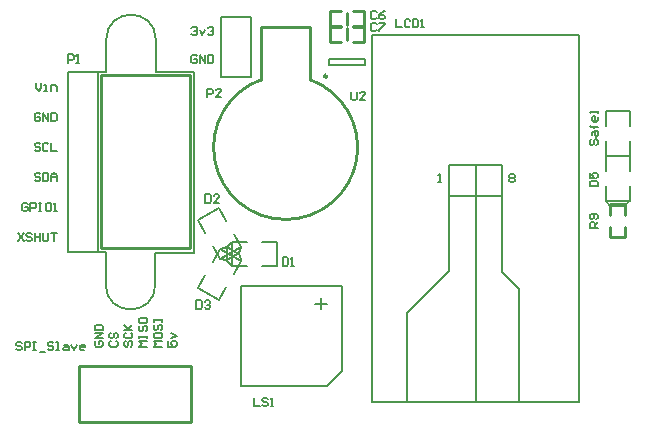
<source format=gto>
G04*
G04 #@! TF.GenerationSoftware,Altium Limited,Altium Designer,18.1.9 (240)*
G04*
G04 Layer_Color=65535*
%FSLAX25Y25*%
%MOIN*%
G70*
G01*
G75*
%ADD10C,0.00984*%
%ADD11C,0.01000*%
%ADD12C,0.00787*%
%ADD13C,0.00600*%
%ADD14C,0.00591*%
D10*
X427537Y266476D02*
G03*
X427537Y266476I-492J0D01*
G01*
D11*
X405511Y265347D02*
G03*
X421938Y265347I8214J-22567D01*
G01*
X428667Y288108D02*
X432268D01*
X428667Y283108D02*
Y288108D01*
Y283108D02*
X432268D01*
X436268D02*
X439867D01*
Y288108D01*
X436268D02*
X439867D01*
X434268Y283608D02*
Y287608D01*
X428667Y283017D02*
X432268D01*
X428667Y278017D02*
Y283017D01*
Y278017D02*
X432268D01*
X436268D02*
X439867D01*
Y283017D01*
X436268D02*
X439867D01*
X434268Y278517D02*
Y282517D01*
X521900Y212800D02*
Y216400D01*
Y212800D02*
X526900D01*
Y216400D01*
Y220400D02*
Y224000D01*
X521900Y220400D02*
Y224000D01*
X526900D01*
X352200Y209400D02*
Y267000D01*
Y209400D02*
X381741D01*
Y267000D01*
X352200D02*
X381741D01*
X421938Y265347D02*
Y282780D01*
X405511Y265347D02*
X405595Y265432D01*
Y282780D01*
X377379Y169800D02*
X382301D01*
X377379Y151200D02*
X382301D01*
X344899D02*
X349820D01*
X344899Y169800D02*
X349820D01*
X344899Y151200D02*
Y169800D01*
X382301Y151200D02*
Y169800D01*
X349820D02*
X377379D01*
X349820Y151200D02*
X377379D01*
X405595Y282780D02*
X421938D01*
D12*
X353740Y197047D02*
G03*
X370276Y197047I8268J0D01*
G01*
X370472Y278740D02*
G03*
X353937Y278740I-8268J0D01*
G01*
X384518Y195905D02*
X387018Y200235D01*
X384518Y195905D02*
X391446Y191905D01*
X393946Y196235D01*
X396446Y200565D02*
X398946Y204895D01*
X392018Y208895D02*
X398946Y204895D01*
X389518Y204565D02*
X392018Y208895D01*
X392089Y208854D01*
X394214Y209423D01*
X398377Y207019D01*
X398946Y204895D01*
X394228Y209645D02*
X395783Y211200D01*
X394228Y204838D02*
Y209645D01*
Y204838D02*
X395783Y203283D01*
Y203200D02*
Y203283D01*
Y203200D02*
X400783D01*
X395783D02*
Y211200D01*
X400783D01*
X405783D02*
X410783D01*
Y203200D02*
Y211200D01*
X405783Y203200D02*
X410783D01*
X428029Y272184D02*
X440234D01*
X428029Y270216D02*
X440234D01*
Y272184D01*
X428029Y270216D02*
Y272184D01*
X392018Y205685D02*
X394142Y205116D01*
X398305Y207519D01*
X398874Y209644D01*
X398946Y209685D01*
X396446Y214015D02*
X398946Y209685D01*
X392018Y205685D02*
X398946Y209685D01*
X389518Y210015D02*
X392018Y205685D01*
X384518Y218675D02*
X387018Y214345D01*
X384518Y218675D02*
X391446Y222675D01*
X393946Y218345D01*
X520400Y240070D02*
Y245070D01*
Y240070D02*
X528400D01*
Y245070D01*
Y250070D02*
Y255070D01*
X520400D02*
X528400D01*
X520400Y250070D02*
Y255070D01*
Y224942D02*
X521955Y223387D01*
X526762D01*
X528317Y224942D01*
X528400D01*
Y229942D01*
X520400Y224942D02*
X528400D01*
X520400D02*
Y229942D01*
Y234943D02*
Y239943D01*
X528400D01*
Y234943D02*
Y239943D01*
X392041Y266400D02*
X402041D01*
X392041D02*
Y286400D01*
X402041D01*
Y266400D02*
Y286400D01*
X351063Y208071D02*
X353740D01*
X370276Y197047D02*
Y207677D01*
X370315Y207716D02*
X383071D01*
X353740Y197047D02*
Y208071D01*
X370512Y268071D02*
X383071D01*
X370472Y268110D02*
X370512Y268071D01*
X370472Y268110D02*
Y278740D01*
X351063Y268071D02*
X353898D01*
X353937Y268110D01*
Y278740D01*
X383071Y207716D02*
Y268071D01*
X341063Y208071D02*
X351063D01*
X341063Y268071D02*
X351063D01*
Y208071D02*
Y268071D01*
X341063Y208071D02*
Y268071D01*
D13*
X468164Y226567D02*
Y236803D01*
X477022D01*
X468164Y226567D02*
X477022D01*
X485880D01*
Y236803D01*
X477022D02*
X485880D01*
X511668Y158063D02*
Y178063D01*
Y280110D01*
X442376D02*
X511668D01*
X442376Y158063D02*
Y280110D01*
Y158063D02*
X511668D01*
X477022D02*
Y236803D01*
X454187Y158063D02*
Y187591D01*
X468164Y201567D01*
Y226567D01*
X485880Y211409D02*
Y226567D01*
Y201173D02*
Y211409D01*
Y201173D02*
X491589Y195465D01*
Y158063D02*
Y195465D01*
D14*
X399016Y196653D02*
X432480D01*
Y168110D02*
Y196653D01*
X427559Y163189D02*
X432480Y168110D01*
X399016Y163189D02*
X427559D01*
X399016D02*
Y196653D01*
X425591Y188779D02*
Y192717D01*
X423622Y190748D02*
X427559D01*
X367569Y176391D02*
X364814D01*
X365733Y177309D01*
X364814Y178227D01*
X367569D01*
X364814Y179146D02*
Y180064D01*
Y179605D01*
X367569D01*
Y179146D01*
Y180064D01*
X365274Y183278D02*
X364814Y182819D01*
Y181901D01*
X365274Y181441D01*
X365733D01*
X366192Y181901D01*
Y182819D01*
X366651Y183278D01*
X367110D01*
X367569Y182819D01*
Y181901D01*
X367110Y181441D01*
X364814Y185574D02*
Y184656D01*
X365274Y184196D01*
X367110D01*
X367569Y184656D01*
Y185574D01*
X367110Y186033D01*
X365274D01*
X364814Y185574D01*
X330505Y264359D02*
Y262522D01*
X331423Y261604D01*
X332341Y262522D01*
Y264359D01*
X333260Y261604D02*
X334178D01*
X333719D01*
Y263441D01*
X333260D01*
X335556Y261604D02*
Y263441D01*
X336933D01*
X337392Y262982D01*
Y261604D01*
X327750Y223900D02*
X327290Y224359D01*
X326372D01*
X325913Y223900D01*
Y222063D01*
X326372Y221604D01*
X327290D01*
X327750Y222063D01*
Y222982D01*
X326831D01*
X328668Y221604D02*
Y224359D01*
X330045D01*
X330505Y223900D01*
Y222982D01*
X330045Y222522D01*
X328668D01*
X331423Y224359D02*
X332341D01*
X331882D01*
Y221604D01*
X331423D01*
X332341D01*
X335096Y224359D02*
X334178D01*
X333719Y223900D01*
Y222063D01*
X334178Y221604D01*
X335096D01*
X335556Y222063D01*
Y223900D01*
X335096Y224359D01*
X336474Y221604D02*
X337392D01*
X336933D01*
Y224359D01*
X336474Y223900D01*
X372490Y176391D02*
X369734D01*
X370653Y177309D01*
X369734Y178227D01*
X372490D01*
X369734Y180523D02*
Y179605D01*
X370194Y179146D01*
X372030D01*
X372490Y179605D01*
Y180523D01*
X372030Y180982D01*
X370194D01*
X369734Y180523D01*
X370194Y183737D02*
X369734Y183278D01*
Y182360D01*
X370194Y181901D01*
X370653D01*
X371112Y182360D01*
Y183278D01*
X371571Y183737D01*
X372030D01*
X372490Y183278D01*
Y182360D01*
X372030Y181901D01*
X369734Y184656D02*
Y185574D01*
Y185115D01*
X372490D01*
Y184656D01*
Y185574D01*
X374654Y178227D02*
Y176391D01*
X376032D01*
X375573Y177309D01*
Y177768D01*
X376032Y178227D01*
X376950D01*
X377410Y177768D01*
Y176850D01*
X376950Y176391D01*
X375573Y179146D02*
X377410Y180064D01*
X375573Y180982D01*
X488242Y233478D02*
X488702Y233937D01*
X489620D01*
X490079Y233478D01*
Y233019D01*
X489620Y232560D01*
X490079Y232101D01*
Y231641D01*
X489620Y231182D01*
X488702D01*
X488242Y231641D01*
Y232101D01*
X488702Y232560D01*
X488242Y233019D01*
Y233478D01*
X488702Y232560D02*
X489620D01*
X324535Y214359D02*
X326372Y211604D01*
Y214359D02*
X324535Y211604D01*
X329127Y213900D02*
X328668Y214359D01*
X327750D01*
X327290Y213900D01*
Y213441D01*
X327750Y212982D01*
X328668D01*
X329127Y212522D01*
Y212063D01*
X328668Y211604D01*
X327750D01*
X327290Y212063D01*
X330045Y214359D02*
Y211604D01*
Y212982D01*
X331882D01*
Y214359D01*
Y211604D01*
X332801Y214359D02*
Y212063D01*
X333260Y211604D01*
X334178D01*
X334637Y212063D01*
Y214359D01*
X335556D02*
X337392D01*
X336474D01*
Y211604D01*
X331882Y243900D02*
X331423Y244359D01*
X330505D01*
X330045Y243900D01*
Y243441D01*
X330505Y242982D01*
X331423D01*
X331882Y242522D01*
Y242063D01*
X331423Y241604D01*
X330505D01*
X330045Y242063D01*
X334637Y243900D02*
X334178Y244359D01*
X333260D01*
X332801Y243900D01*
Y242063D01*
X333260Y241604D01*
X334178D01*
X334637Y242063D01*
X335556Y244359D02*
Y241604D01*
X337392D01*
X331882Y233900D02*
X331423Y234359D01*
X330505D01*
X330045Y233900D01*
Y233441D01*
X330505Y232981D01*
X331423D01*
X331882Y232522D01*
Y232063D01*
X331423Y231604D01*
X330505D01*
X330045Y232063D01*
X332801Y234359D02*
Y231604D01*
X334178D01*
X334637Y232063D01*
Y233900D01*
X334178Y234359D01*
X332801D01*
X335556Y231604D02*
Y233441D01*
X336474Y234359D01*
X337392Y233441D01*
Y231604D01*
Y232981D01*
X335556D01*
X360354Y178227D02*
X359894Y177768D01*
Y176850D01*
X360354Y176391D01*
X360813D01*
X361272Y176850D01*
Y177768D01*
X361731Y178227D01*
X362190D01*
X362649Y177768D01*
Y176850D01*
X362190Y176391D01*
X360354Y180982D02*
X359894Y180523D01*
Y179605D01*
X360354Y179146D01*
X362190D01*
X362649Y179605D01*
Y180523D01*
X362190Y180982D01*
X359894Y181901D02*
X362649D01*
X361731D01*
X359894Y183737D01*
X361272Y182360D01*
X362649Y183737D01*
X382331Y282486D02*
X382791Y282946D01*
X383709D01*
X384168Y282486D01*
Y282027D01*
X383709Y281568D01*
X383250D01*
X383709D01*
X384168Y281109D01*
Y280650D01*
X383709Y280190D01*
X382791D01*
X382331Y280650D01*
X385086Y282027D02*
X386005Y280190D01*
X386923Y282027D01*
X387842Y282486D02*
X388301Y282946D01*
X389219D01*
X389678Y282486D01*
Y282027D01*
X389219Y281568D01*
X388760D01*
X389219D01*
X389678Y281109D01*
Y280650D01*
X389219Y280190D01*
X388301D01*
X387842Y280650D01*
X350514Y178227D02*
X350054Y177768D01*
Y176850D01*
X350514Y176391D01*
X352350D01*
X352810Y176850D01*
Y177768D01*
X352350Y178227D01*
X351432D01*
Y177309D01*
X352810Y179146D02*
X350054D01*
X352810Y180982D01*
X350054D01*
Y181901D02*
X352810D01*
Y183278D01*
X352350Y183737D01*
X350514D01*
X350054Y183278D01*
Y181901D01*
X355434Y178227D02*
X354974Y177768D01*
Y176850D01*
X355434Y176391D01*
X357270D01*
X357730Y176850D01*
Y177768D01*
X357270Y178227D01*
X355434Y180982D02*
X354974Y180523D01*
Y179605D01*
X355434Y179146D01*
X355893D01*
X356352Y179605D01*
Y180523D01*
X356811Y180982D01*
X357270D01*
X357730Y180523D01*
Y179605D01*
X357270Y179146D01*
X384168Y273102D02*
X383709Y273561D01*
X382791D01*
X382331Y273102D01*
Y271266D01*
X382791Y270806D01*
X383709D01*
X384168Y271266D01*
Y272184D01*
X383250D01*
X385086Y270806D02*
Y273561D01*
X386923Y270806D01*
Y273561D01*
X387842D02*
Y270806D01*
X389219D01*
X389678Y271266D01*
Y273102D01*
X389219Y273561D01*
X387842D01*
X331882Y253900D02*
X331423Y254359D01*
X330505D01*
X330045Y253900D01*
Y252063D01*
X330505Y251604D01*
X331423D01*
X331882Y252063D01*
Y252981D01*
X330964D01*
X332801Y251604D02*
Y254359D01*
X334637Y251604D01*
Y254359D01*
X335556D02*
Y251604D01*
X336933D01*
X337392Y252063D01*
Y253900D01*
X336933Y254359D01*
X335556D01*
X464620Y231182D02*
X465539D01*
X465080D01*
Y233937D01*
X464620Y233478D01*
X450600Y285535D02*
Y282780D01*
X452437D01*
X455192Y285075D02*
X454733Y285535D01*
X453814D01*
X453355Y285075D01*
Y283239D01*
X453814Y282780D01*
X454733D01*
X455192Y283239D01*
X456110Y285535D02*
Y282780D01*
X457488D01*
X457947Y283239D01*
Y285075D01*
X457488Y285535D01*
X456110D01*
X458865Y282780D02*
X459783D01*
X459324D01*
Y285535D01*
X458865Y285075D01*
X444037Y287896D02*
X443577Y288355D01*
X442659D01*
X442200Y287896D01*
Y286059D01*
X442659Y285600D01*
X443577D01*
X444037Y286059D01*
X446792Y288355D02*
X445873Y287896D01*
X444955Y286978D01*
Y286059D01*
X445414Y285600D01*
X446333D01*
X446792Y286059D01*
Y286518D01*
X446333Y286978D01*
X444955D01*
X444059Y283813D02*
X443600Y284272D01*
X442681D01*
X442222Y283813D01*
Y281977D01*
X442681Y281517D01*
X443600D01*
X444059Y281977D01*
X444977Y284272D02*
X446814D01*
Y283813D01*
X444977Y281977D01*
Y281517D01*
X435600Y261355D02*
Y259059D01*
X436059Y258600D01*
X436977D01*
X437437Y259059D01*
Y261355D01*
X440192Y258600D02*
X438355D01*
X440192Y260437D01*
Y260896D01*
X439733Y261355D01*
X438814D01*
X438355Y260896D01*
X403200Y159355D02*
Y156600D01*
X405037D01*
X407792Y158896D02*
X407333Y159355D01*
X406414D01*
X405955Y158896D01*
Y158437D01*
X406414Y157977D01*
X407333D01*
X407792Y157518D01*
Y157059D01*
X407333Y156600D01*
X406414D01*
X405955Y157059D01*
X408710Y156600D02*
X409628D01*
X409169D01*
Y159355D01*
X408710Y158896D01*
X387000Y227155D02*
Y224400D01*
X388377D01*
X388837Y224859D01*
Y226696D01*
X388377Y227155D01*
X387000D01*
X391592Y224400D02*
X389755D01*
X391592Y226237D01*
Y226696D01*
X391132Y227155D01*
X390214D01*
X389755Y226696D01*
X412800Y206155D02*
Y203400D01*
X414178D01*
X414637Y203859D01*
Y205696D01*
X414178Y206155D01*
X412800D01*
X415555Y203400D02*
X416473D01*
X416014D01*
Y206155D01*
X415555Y205696D01*
X517800Y216000D02*
X515045D01*
Y217377D01*
X515504Y217837D01*
X516423D01*
X516882Y217377D01*
Y216000D01*
Y216918D02*
X517800Y217837D01*
X517341Y218755D02*
X517800Y219214D01*
Y220132D01*
X517341Y220592D01*
X515504D01*
X515045Y220132D01*
Y219214D01*
X515504Y218755D01*
X515963D01*
X516423Y219214D01*
Y220592D01*
X515045Y229800D02*
X517800D01*
Y231177D01*
X517341Y231637D01*
X515504D01*
X515045Y231177D01*
Y229800D01*
Y234392D02*
Y232555D01*
X516423D01*
X515963Y233473D01*
Y233932D01*
X516423Y234392D01*
X517341D01*
X517800Y233932D01*
Y233014D01*
X517341Y232555D01*
X325782Y177496D02*
X325322Y177955D01*
X324404D01*
X323945Y177496D01*
Y177037D01*
X324404Y176577D01*
X325322D01*
X325782Y176118D01*
Y175659D01*
X325322Y175200D01*
X324404D01*
X323945Y175659D01*
X326700Y175200D02*
Y177955D01*
X328077D01*
X328537Y177496D01*
Y176577D01*
X328077Y176118D01*
X326700D01*
X329455Y177955D02*
X330373D01*
X329914D01*
Y175200D01*
X329455D01*
X330373D01*
X331751Y174741D02*
X333587D01*
X336343Y177496D02*
X335883Y177955D01*
X334965D01*
X334506Y177496D01*
Y177037D01*
X334965Y176577D01*
X335883D01*
X336343Y176118D01*
Y175659D01*
X335883Y175200D01*
X334965D01*
X334506Y175659D01*
X337261Y175200D02*
X338179D01*
X337720D01*
Y177955D01*
X337261D01*
X340016Y177037D02*
X340934D01*
X341393Y176577D01*
Y175200D01*
X340016D01*
X339557Y175659D01*
X340016Y176118D01*
X341393D01*
X342312Y177037D02*
X343230Y175200D01*
X344148Y177037D01*
X346444Y175200D02*
X345526D01*
X345067Y175659D01*
Y176577D01*
X345526Y177037D01*
X346444D01*
X346903Y176577D01*
Y176118D01*
X345067D01*
X515504Y245437D02*
X515045Y244977D01*
Y244059D01*
X515504Y243600D01*
X515963D01*
X516423Y244059D01*
Y244977D01*
X516882Y245437D01*
X517341D01*
X517800Y244977D01*
Y244059D01*
X517341Y243600D01*
X515963Y246814D02*
Y247732D01*
X516423Y248192D01*
X517800D01*
Y246814D01*
X517341Y246355D01*
X516882Y246814D01*
Y248192D01*
X517800Y249569D02*
X515504D01*
X516423D01*
Y249110D01*
Y250028D01*
Y249569D01*
X515504D01*
X515045Y250028D01*
X517800Y252783D02*
Y251865D01*
X517341Y251406D01*
X516423D01*
X515963Y251865D01*
Y252783D01*
X516423Y253243D01*
X516882D01*
Y251406D01*
X517800Y254161D02*
Y255079D01*
Y254620D01*
X515045D01*
X515504Y254161D01*
X387600Y259660D02*
Y262415D01*
X388978D01*
X389437Y261956D01*
Y261037D01*
X388978Y260578D01*
X387600D01*
X392192Y259660D02*
X390355D01*
X392192Y261497D01*
Y261956D01*
X391733Y262415D01*
X390814D01*
X390355Y261956D01*
X341254Y271032D02*
Y273787D01*
X342632D01*
X343091Y273328D01*
Y272410D01*
X342632Y271951D01*
X341254D01*
X344009Y271032D02*
X344928D01*
X344468D01*
Y273787D01*
X344009Y273328D01*
X384000Y191755D02*
Y189000D01*
X385378D01*
X385837Y189459D01*
Y191296D01*
X385378Y191755D01*
X384000D01*
X386755Y191296D02*
X387214Y191755D01*
X388133D01*
X388592Y191296D01*
Y190837D01*
X388133Y190377D01*
X387673D01*
X388133D01*
X388592Y189918D01*
Y189459D01*
X388133Y189000D01*
X387214D01*
X386755Y189459D01*
M02*

</source>
